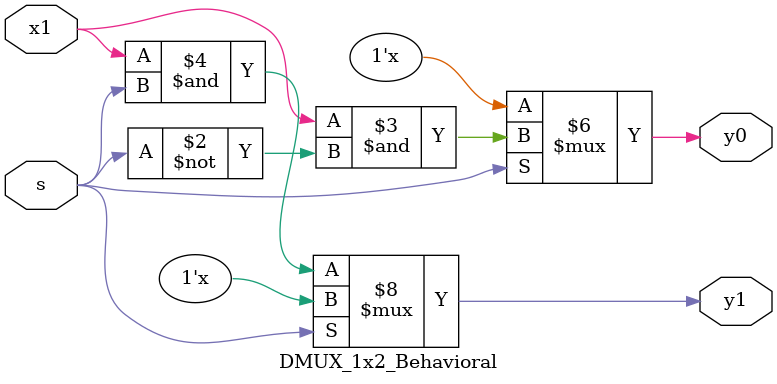
<source format=v>
`timescale 1ns / 1ps


module DMUX_1x2_Behavioral(
 input x1,s, 
 output reg y0,y1
    );
always @(x1,s) 
begin

    case (s)
    1: y0 = (x1 & ~s) ;
    0: y1 = (x1 & s);
    endcase
   end
endmodule

</source>
